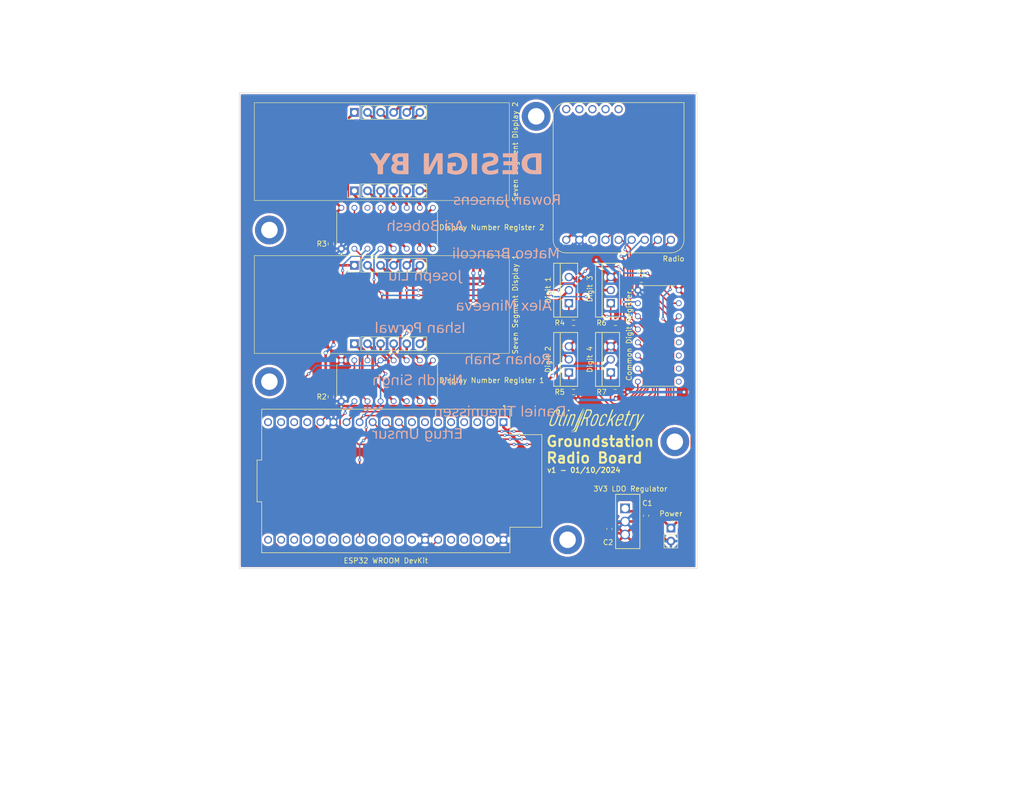
<source format=kicad_pcb>
(kicad_pcb (version 20221018) (generator pcbnew)
  (layers (0 "F.Cu" signal) (31 "B.Cu" signal) (34 "B.Paste" user) (35 "F.Paste" user) (36 "B.SilkS" user "B.Silkscreen") (37 "F.SilkS" user "F.Silkscreen") (38 "B.Mask" user) (39 "F.Mask" user) (44 "Edge.Cuts" user))
  (net 0 "")
  (net 1 "VDD")
  (net 2 "GND")
  (net 4 "/MOS4")
  (net 5 "/CTL4")
  (net 6 "/3.3V")
  (net 7 "/MOS1")
  (net 8 "/CTL1")
  (net 15 "/MOS2")
  (net 16 "/CTL2")
  (net 17 "/MOS3")
  (net 18 "/CTL3")
  (net 19 "Net-(U4-R-EXT)")
  (net 20 "Net-(U5-R-EXT)")
  (net 21 "Net-(U6-R-EXT)")
  (net 24 "/G0")
  (net 25 "/MISO")
  (net 27 "/MOSI")
  (net 28 "/CS")
  (net 29 "/RST")
  (net 35 "/OE")
  (net 36 "/SCK")
  (net 48 "/LE")
  (net 57 "Net-(U4-SDO)")
  (net 58 "/71_1")
  (net 59 "/71_2")
  (net 60 "/71_3")
  (net 61 "/71_4")
  (net 62 "/71_5")
  (net 63 "/71_6")
  (net 64 "/71_7")
  (net 65 "/71_8")
  (net 66 "Net-(U5-SDO)")
  (net 67 "/72_1")
  (net 68 "/72_2")
  (net 69 "/72_3")
  (net 70 "/72_4")
  (net 71 "/72_5")
  (net 72 "/72_6")
  (net 73 "/72_7")
  (net 74 "/72_8")
  (footprint "rocketry_footprints:PG-TO220-3_INF" (layer "F.Cu") (at 164.338 96.266 90)
    (fp_text reference "U11" hide)
    (fp_text value "IRF4905PBF")
  )
  (footprint "rocketry_footprints:PG-TO220-3_INF" (layer "F.Cu") (at 164.338 82.804 90)
    (fp_text reference "U9" hide)
    (fp_text value "IRF4905PBF")
  )
  (footprint "Resistor_SMD:R_0603_1608Metric_Pad0.98x0.95mm_HandSolder" (layer "F.Cu") (at 118.11 71.2705 90)
    (fp_text reference "R3")
    (fp_text value "1K")
  )
  (footprint "rocketry_footprints:Seven_Segment_Display" (layer "F.Cu") (at 122.682 60.96 90)
    (fp_text reference "U7" hide)
    (fp_text value "~")
  )
  (footprint "MountingHole:MountingHole_3.2mm_M3_DIN965_Pad_TopBottom" (layer "F.Cu") (at 164.084 128.778)
    (fp_text reference "H5" hide)
    (fp_text value "MountingHole")
  )
  (footprint "rocketry_footprints:RFM69HCW_Breakout" (layer "F.Cu") (at 173.99 58.42 -90)
    (fp_text reference "U1" hide)
    (fp_text value "~")
  )
  (footprint "Resistor_SMD:R_0603_1608Metric_Pad0.98x0.95mm_HandSolder" (layer "F.Cu") (at 118.11 100.9885 90)
    (fp_text reference "R2")
    (fp_text value "1K")
  )
  (footprint "Resistor_SMD:R_0603_1608Metric_Pad0.98x0.95mm_HandSolder" (layer "F.Cu") (at 165.2505 86.614 180)
    (fp_text reference "R4")
    (fp_text value "20K")
  )
  (footprint "rocketry_footprints:PG-TO220-3_INF" (layer "F.Cu") (at 172.466 96.266 90)
    (fp_text reference "U12" hide)
    (fp_text value "IRF4905PBF")
  )
  (footprint "Resistor_SMD:R_0603_1608Metric_Pad0.98x0.95mm_HandSolder" (layer "F.Cu") (at 173.3785 86.614)
    (fp_text reference "R6")
    (fp_text value "20K")
  )
  (footprint "rocketry_footprints:TLC5916IN" (layer "F.Cu") (at 129.032 97.884 90)
    (fp_text reference "U5" hide)
    (fp_text value "TLC5916IN")
  )
  (footprint "Resistor_SMD:R_0603_1608Metric_Pad0.98x0.95mm_HandSolder" (layer "F.Cu") (at 165.2505 100.076 180)
    (fp_text reference "R5")
    (fp_text value "20K")
  )
  (footprint "rocketry_footprints:TLC5916IN" (layer "F.Cu") (at 181.704 89.154)
    (fp_text reference "U4" hide)
    (fp_text value "TLC5916IN")
  )
  (footprint "MountingHole:MountingHole_3.2mm_M3_DIN965_Pad_TopBottom" (layer "F.Cu") (at 106.172 98.044)
    (fp_text reference "H2" hide)
    (fp_text value "MountingHole")
  )
  (footprint "rocketry_footprints:Seven_Segment_Display" (layer "F.Cu") (at 122.682 90.678 90)
    (fp_text reference "U8" hide)
    (fp_text value "~")
  )
  (footprint "Resistor_SMD:R_0603_1608Metric_Pad0.98x0.95mm_HandSolder" (layer "F.Cu") (at 178.4115 78.232)
    (fp_text reference "R1")
    (fp_text value "1K")
  )
  (footprint "rocketry_footprints:TLC5916IN" (layer "F.Cu") (at 129.032 68.232 90)
    (fp_text reference "U6" hide)
    (fp_text value "TLC5916IN")
  )
  (footprint "LOGO" (layer "F.Cu") (at 169.672 105.41)
    (fp_text reference "G***" hide)
    (fp_text value "LOGO" hide)
  )
  (footprint "Resistor_SMD:R_0603_1608Metric_Pad0.98x0.95mm_HandSolder" (layer "F.Cu") (at 173.3315 100.076)
    (fp_text reference "R7")
    (fp_text value "20K")
  )
  (footprint "Capacitor_SMD:C_0603_1608Metric_Pad1.08x0.95mm_HandSolder" (layer "F.Cu") (at 179.324 124.1055 -90)
    (fp_text reference "C1")
    (fp_text value "0.47 uF")
  )
  (footprint "Capacitor_SMD:C_0603_1608Metric_Pad1.08x0.95mm_HandSolder" (layer "F.Cu") (at 172.212 126.6455 90)
    (fp_text reference "C2")
    (fp_text value "33 uF")
  )
  (footprint "MountingHole:MountingHole_3.2mm_M3_DIN965_Pad_TopBottom" (layer "F.Cu") (at 157.988 46.482)
    (fp_text reference "H3" hide)
    (fp_text value "MountingHole")
  )
  (footprint "Connector_PinSocket_2.54mm:PinSocket_1x02_P2.54mm_Vertical" (layer "F.Cu") (at 184.15 126.492)
    (fp_text reference "J1" hide)
    (fp_text value "Conn_01x02_Socket")
  )
  (footprint "MountingHole:MountingHole_3.2mm_M3_DIN965_Pad_TopBottom" (layer "F.Cu") (at 184.912 109.728)
    (fp_text reference "H4" hide)
    (fp_text value "MountingHole")
  )
  (footprint "rocketry_footprints:LM3940IT" (layer "F.Cu") (at 176.276 127.762 -90)
    (fp_text reference "U3" hide)
    (fp_text value "LM3940IT-3.3/NOPB")
  )
  (footprint "rocketry_footprints:PG-TO220-3_INF" (layer "F.Cu") (at 172.466 82.804 90)
    (fp_text reference "U10" hide)
    (fp_text value "IRF4905PBF")
  )
  (footprint "rocketry_footprints:MODULE_ESP32-DEVKITC" (layer "F.Cu") (at 128.778 117.348 -90)
    (fp_text reference "U2" hide)
    (fp_text value "ESP32-DEVKITC")
  )
  (footprint "MountingHole:MountingHole_3.2mm_M3_DIN965_Pad_TopBottom" (layer "F.Cu") (at 106.172 68.58)
    (fp_text reference "H1" hide)
    (fp_text value "MountingHole")
  )
  (gr_rect (start 100.33 41.91) (end 189.23 134.366) (stroke (width 0.1)) (fill none) (layer "Edge.Cuts"))
  (gr_text "DESIGN BY" (at 159.512 58.42) (layer "B.SilkS") (effects (font (size 4 4) (thickness 0.2) bold) (justify left bottom mirror)))
  (gr_text "Ertug Umsur" (at 143.764 109.474) (layer "B.SilkS") (effects (font (size 2 2)) (justify left bottom mirror)))
  (gr_text "Joseph Liu" (at 143.51 78.74) (layer "B.SilkS") (effects (font (size 2 2)) (justify left bottom mirror)))
  (gr_text "Nividh Singh" (at 143.764 99.06) (layer "B.SilkS") (effects (font (size 2 2)) (justify left bottom mirror)))
  (gr_text "Rohan Shah" (at 160.782 94.996) (layer "B.SilkS") (effects (font (size 2 2)) (justify left bottom mirror)))
  (gr_text "Rowan Jansens" (at 162.814 64.008) (layer "B.SilkS") (effects (font (size 2 2)) (justify left bottom mirror)))
  (gr_text "Ishan Porwal" (at 144.272 88.9) (layer "B.SilkS") (effects (font (size 2 2)) (justify left bottom mirror)))
  (gr_text "Ari Bobesh" (at 144.018 69.088) (layer "B.SilkS") (effects (font (size 2 2)) (justify left bottom mirror)))
  (gr_text "Mateo Brancoli" (at 162.56 74.422) (layer "B.SilkS") (effects (font (size 2 2)) (justify left bottom mirror)))
  (gr_text "Daniel Theunissen" (at 163.83 105.156) (layer "B.SilkS") (effects (font (size 2 2)) (justify left bottom mirror)))
  (gr_text "Alex Mineeva" (at 161.036 84.582) (layer "B.SilkS") (effects (font (size 2 2)) (justify left bottom mirror)))
  (gr_text "Digit 4" (at 168.402 93.726 90) (layer "F.SilkS") (effects (font (size 1 1))))
  (gr_text "Digit 1" (at 160.274 80.264 90) (layer "F.SilkS") (effects (font (size 1 1))))
  (gr_text "Groundstation\nRadio Board" (at 159.766 114.046) (layer "F.SilkS") (effects (font (size 2 2) (thickness 0.4) bold) (justify left bottom)))
  (gr_text "Seven Segment Display 1" (at 153.924 83.058 90) (layer "F.SilkS") (effects (font (size 1 1))))
  (gr_text "Seven Segment Display 2" (at 153.924 53.34 90) (layer "F.SilkS") (effects (font (size 1 1))))
  (gr_text "Digit 2" (at 160.274 93.726 90) (layer "F.SilkS") (effects (font (size 1 1))))
  (gr_text "Power" (at 184.15 123.698) (layer "F.SilkS") (effects (font (size 1 1))))
  (gr_text "Display Number Register 1" (at 149.352 97.79) (layer "F.SilkS") (effects (font (size 1 1))))
  (gr_text "v1 - 01/10/2024" (at 160.02 115.824) (layer "F.SilkS") (effects (font (size 1 1) (thickness 0.2) bold) (justify left bottom)))
  (gr_text "Common Digit Register" (at 176.022 89.154 90) (layer "F.SilkS") (effects (font (size 1 1))))
  (gr_text "Display Number Register 2" (at 149.352 68.072) (layer "F.SilkS") (effects (font (size 1 1))))
  (gr_text "3V3 LDO Regulator" (at 176.276 118.872) (layer "F.SilkS") (effects (font (size 1 1))))
  (gr_text "Radio" (at 184.658 74.168) (layer "F.SilkS") (effects (font (size 1 1))))
  (gr_text "Digit 3" (at 168.402 80.01 90) (layer "F.SilkS") (effects (font (size 1 1))))
  (gr_text "ESP32 WROOM DevKit" (at 128.778 132.842) (layer "F.SilkS") (effects (font (size 1 1))))
  (segment (start 188.214 122.428) (end 184.15 126.492) (width 0.5) (layer "F.Cu") (net 1))
  (segment (start 163.83 70.485) (end 165.989 68.326) (width 0.5) (layer "F.Cu") (net 1))
  (segment (start 165.989 68.326) (end 184.912 68.326) (width 0.5) (layer "F.Cu") (net 1))
  (segment (start 184.15 126.492) (end 180.901 123.243) (width 0.5) (layer "F.Cu") (net 1))
  (segment (start 184.912 68.326) (end 188.214 71.628) (width 0.5) (layer "F.Cu") (net 1))
  (segment (start 179.324 123.243) (end 175.821 123.243) (width 0.5) (layer "F.Cu") (net 1))
  (segment (start 188.214 71.628) (end 188.214 122.428) (width 0.5) (layer "F.Cu") (net 1))
  (segment (start 180.901 123.243) (end 179.324 123.243) (width 0.5) (layer "F.Cu") (net 1))
  (segment (start 175.821 123.243) (end 175.26 122.682) (width 0.5) (layer "F.Cu") (net 1))
  (segment (start 183.388 129.032) (end 179.324 124.968) (width 0.5) (layer "F.Cu") (net 2))
  (segment (start 175.006 125.476) (end 172.519 125.476) (width 0.5) (layer "F.Cu") (net 2))
  (segment (start 179.324 124.968) (end 179.07 125.222) (width 0.5) (layer "F.Cu") (net 2))
  (segment (start 118.129 72.202) (end 118.11 72.183) (width 0.5) (layer "F.Cu") (net 2))
  (segment (start 172.519 125.476) (end 172.212 125.783) (width 0.5) (layer "F.Cu") (net 2))
  (segment (start 177.499 80.029) (end 177.734 80.264) (width 0.5) (layer "F.Cu") (net 2))
  (segment (start 177.499 78.232) (end 177.499 80.029) (width 0.5) (layer "F.Cu") (net 2))
  (segment (start 120.142 101.854) (end 118.157 101.854) (width 0.5) (layer "F.Cu") (net 2))
  (segment (start 179.07 125.222) (end 175.26 125.222) (width 0.5) (layer "F.Cu") (net 2))
  (segment (start 184.15 129.032) (end 183.388 129.032) (width 0.5) (layer "F.Cu") (net 2))
  (segment (start 175.26 125.222) (end 175.006 125.476) (width 0.5) (layer "F.Cu") (net 2))
  (segment (start 120.142 72.202) (end 118.129 72.202) (width 0.5) (layer "F.Cu") (net 2))
  (segment (start 118.157 101.854) (end 118.11 101.901) (width 0.5) (layer "F.Cu") (net 2))
  (segment (start 123.952 76.708) (end 124.46 77.216) (width 0.5) (layer "B.Cu") (net 2))
  (segment (start 178.311208 72.901208) (end 181.606792 72.901208) (width 0.5) (layer "B.Cu") (net 2))
  (segment (start 178.816 84.074) (end 178.816 81.346) (width 0.5) (layer "B.Cu") (net 2))
  (segment (start 170.234462 73.351538) (end 170.18 73.297076) (width 0.5) (layer "B.Cu") (net 2))
  (segment (start 181.606792 72.901208) (end 182.88 71.628) (width 0.5) (layer "B.Cu") (net 2))
  (segment (start 170.18 73.297076) (end 170.18 69.088) (width 0.5) (layer "B.Cu") (net 2))
  (segment (start 109.728 125.984) (end 109.728 130.556) (width 0.5) (layer "B.Cu") (net 2))
  (segment (start 112.522 99.832) (end 112.522 89.239) (width 0.5) (layer "B.Cu") (net 2))
  (segment (start 112.268 125.222) (end 112.268 130.302) (width 0.5) (layer "B.Cu") (net 2))
  (segment (start 145.288 125.476) (end 145.288 130.302) (width 0.5) (layer "B.Cu") (net 2))
  (segment (start 175.233577 88.418423) (end 177.038 86.614) (width 0.5) (layer "B.Cu") (net 2))
  (segment (start 129.032 55.372) (end 129.032 45.256406) (width 0.5) (layer "B.Cu") (net 2))
  (segment (start 135.128 107.95) (end 135.128 104.648) (width 0.5) (layer "B.Cu") (net 2))
  (segment (start 162.2124 92.456) (end 162.1322 92.3758) (width 0.5) (layer "B.Cu") (net 2))
  (segment (start 178.562 72.901208) (end 180.34 71.123208) (width 0.5) (layer "B.Cu") (net 2))
  (segment (start 120.142 72.202) (end 121.478 70.866) (width 0.5) (layer "B.Cu") (net 2))
  (segment (start 172.665538 75.383538) (end 170.633538 73.351538) (width 0.5) (layer "B.Cu") (net 2))
  (segment (start 142.748 107.95) (end 142.748 103.886) (width 0.5) (layer "B.Cu") (net 2))
  (segment (start 155.194 125.222) (end 147.828 125.222) (width 0.5) (layer "B.Cu") (net 2))
  (segment (start 126.886 70.866) (end 128.638 70.866) (width 0.5) (layer "B.Cu") (net 2))
  (segment (start 175.26 78.994) (end 170.434 78.994) (width 0.5) (layer "B.Cu") (net 2))
  (segment (start 166.37 71.662) (end 167.547 71.662) (width 0.5) (layer "B.Cu") (net 2))
  (segment (start 134.874 108.204) (end 135.128 107.95) (width 0.5) (layer "B.Cu") (net 2))
  (segment (start 134.112 44.282) (end 134.155 44.239) (width 0.5) (layer "B.Cu") (net 2))
  (segment (start 175.288039 78.965961) (end 175.288039 78.514039) (width 0.5) (layer "B.Cu") (net 2))
  (segment (start 145.034 125.222) (end 142.748 125.222) (width 0.5) (layer "B.Cu") (net 2))
  (segment (start 112.268 125.222) (end 110.40577 125.222) (width 0.5) (layer "B.Cu") (net 2))
  (segment (start 149.098 108.204) (end 150.368 106.934) (width 0.5) (layer "B.Cu") (net 2))
  (segment (start 134.112 55.372) (end 131.572 55.372) (width 0.5) (layer "B.Cu") (net 2))
  (segment (start 118.608 105.918) (end 112.522 99.832) (width 0.5) (layer "B.Cu") (net 2))
  (segment (start 127.254 125.222) (end 127.508 125.476) (width 0.5) (layer "B.Cu") (net 2))
  (segment (start 148.082 108.204) (end 147.828 107.95) (width 0.5) (layer "B.Cu") (net 2))
  (segment (start 127.508 125.476) (end 127.508 130.556) (width 0.5) (layer "B.Cu") (net 2))
  (segment (start 109.262115 125.941885) (end 107.188 128.016) (width 0.5) (layer "B.Cu") (net 2))
  (segment (start 126.098 70.866) (end 126.492 71.26) (width 0.5) (layer "B.Cu") (net 2))
  (segment (start 118.608 105.918) (end 121.28 108.59) (width 0.5) (layer "B.Cu") (net 2))
  (segment (start 178.311208 72.901208) (end 178.562 72.901208) (width 0.5) (layer "B.Cu") (net 2))
  (segment (start 117.348 125.222) (end 117.348 130.556) (width 0.5) (layer "B.Cu") (net 2))
  (segment (start 119.888 125.222) (end 119.888 130.81) (width 0.5) (layer "B.Cu") (net 2))
  (segment (start 180.34 71.123208) (end 180.34 69.088) (width 0.5) (layer "B.Cu") (net 2))
  (segment (start 126.492 55.372) (end 126.492 62.484) (width 0.5) (layer "B.Cu") (net 2))
  (segment (start 172.72 73.66) (end 174.479 71.901) (width 0.5) (layer "B.Cu") (net 2))
  (segment (start 142.748 125.222) (end 142.748 130.556) (width 0.5) (layer "B.Cu") (net 2))
  (segment (start 145.288 108.204) (end 148.082 108.204) (width 0.5) (layer "B.Cu") (net 2))
  (segment (start 147.828 125.222) (end 145.034 125.222) (width 0.5) (layer "B.Cu") (net 2))
  (segment (start 127.626 108.204) (end 130.302 108.204) (width 0.5) (layer "B.Cu") (net 2))
  (segment (start 175.288039 78.965961) (end 176.586077 80.264) (width 0.5) (layer "B.Cu") (net 2))
  (segment (start 126.492 55.372) (end 126.492 44.196) (width 0.5) (layer "B.Cu") (net 2))
  (segment (start 123.952 87.969) (end 123.952 92.456) (width 0.5) (layer "B.Cu") (net 2))
  (segment (start 118.608 105.918) (end 118.608 103.388) (width 0.5) (layer "B.Cu") (net 2))
  (segment (start 167.547 71.662) (end 168.544923 71.662) (width 0.5) (layer "B.Cu") (net 2))
  (segment (start 147.828 107.95) (end 147.828 104.14) (width 0.5) (layer "B.Cu") (net 2))
  (segment (start 145.288 108.204) (end 145.288 103.632) (width 0.5) (layer "B.Cu") (net 2))
  (segment (start 174.498 100.584) (end 174.498 92.937577) (width 0.5) (layer "B.Cu") (net 2))
  (segment (start 134.112 71.26) (end 134.506 70.866) (width 0.5) (layer "B.Cu") (net 2))
  (segment (start 109.982 108.59) (end 109.728 108.336) (width 0.5) (layer "B.Cu") (net 2))
  (segment (start 113.369 88.392) (end 113.792 87.969) (width 0.5) (layer "B.Cu") (net 2))
  (segment (start 129.032 45.256406) (end 129.032 44.45) (width 0.5) (layer "B.Cu") (net 2))
  (segment (start 178.816 81.346) (end 177.734 80.264) (width 0.5) (layer "B.Cu") (net 2))
  (segment (start 127.508 108.086) (end 127.508 104.902) (width 0.5) (layer "B.Cu") (net 2))
  (segment (start 109.685885 125.941885) (end 109.262115 125.941885) (width 0.5) (layer "B.Cu") (net 2))
  (segment (start 131.572 55.372) (end 131.572 62.23) (width 0.5) (layer "B.Cu") (net 2))
  (segment (start 141.224 71.26) (end 162.7 71.26) (width 0.5) (layer "B.Cu") (net 2))
  (segment (start 134.874 108.204) (end 137.668 108.204) (width 0.5) (layer "B.Cu") (net 2))
  (segment (start 119.888 125.222) (end 117.348 125.222) (width 0.5) (layer "B.Cu") (net 2))
  (segment (start 132.588 125.222) (end 132.588 130.556) (width 0.5) (layer "B.Cu") (net 2))
  (segment (start 175.233577 92.202) (end 175.233577 88.418423) (width 0.5) (layer "B.Cu") (net 2))
  (segment (start 145.034 125.222) (end 145.288 125.476) (width 0.5) (layer "B.Cu") (net 2))
  (segment (start 122.682 108.797) (end 123.021 108.458) (width 0.5) (layer "B.Cu") (net 2))
  (segment (start 178.311208 72.901208) (end 176.536416 74.676) (width 0.5) (layer "B.Cu") (net 2))
  (segment (start 129.032 55.372) (end 129.032 62.484) (width 0.5) (layer "B.Cu") (net 2))
  (segment (start 129.032 71.26) (end 129.426 70.866) (width 0.5) (layer "B.Cu") (net 2))
  (segment (start 126.492 71.26) (end 126.492 72.39) (width 0.5) (layer "B.Cu") (net 2))
  (segment (start 129.371 87.63) (end 133.35 87.63) (width 0.5) (layer "B.Cu") (net 2))
  (segment (start 141.224 65.068406) (end 141.224 55.372) (width 0.5) (layer "B.Cu") (net 2))
  (segment (start 122.428 108.543) (end 122.428 104.648) (width 0.5) (layer "B.Cu") (net 2))
  (segment (start 112.268 108.336) (end 112.268 104.902) (width 0.5) (layer "B.Cu") (net 2))
  (segment (start 114.808 125.222) (end 114.808 130.556) (width 0.5) (layer "B.Cu") (net 2))
  (segment (start 118.608 103.388) (end 120.142 101.854) (width 0.5) (layer "B.Cu") (net 2))
  (segment (start 168.544923 71.662) (end 170.234462 73.351538) (width 0.5) (layer "B.Cu") (net 2))
  (segment (start 174.479 71.901) (end 174.479 71.79071) (width 0.5) (layer "B.Cu") (net 2))
  (segment (start 133.718 70.866) (end 134.112 71.26) (width 0.5) (layer "B.Cu") (net 2))
  (segment (start 166.37 70.485) (end 166.37 71.662) (width 0.5) (layer "B.Cu") (net 2))
  (segment (start 109.685885 125.941885) (end 109.728 125.984) (width 0.5) (layer "B.Cu") (net 2))
  (segment (start 127.254 125.222) (end 124.968 125.222) (width 0.5) (layer "B.Cu") (net 2))
  (segment (start 134.112 88.392) (end 134.112 92.202) (width 0.5) (layer "B.Cu") (net 2))
  (segment (start 140.462 125.222) (end 140.208 125.476) (width 0.5) (layer "B.Cu") (net 2))
  (segment (start 114.808 108.336) (end 114.808 104.902) (width 0.5) (layer "B.Cu") (net 2))
  (segment (start 109.982 108.59) (end 109.25577 108.59) (width 0.5) (layer "B.Cu") (net 2))
  (segment (start 127.732711 111.789289) (end 139.954 124.010577) (width 0.5) (layer "B.Cu") (net 2))
  (segment (start 147.828 104.14) (end 148.082 103.886) (width 0.5) (layer "B.Cu") (net 2))
  (segment (start 139.954 108.204) (end 143.002 108.204) (width 0.5) (layer "B.Cu") (net 2))
  (segment (start 123.952 55.372) (end 123.952 43.942) (width 0.5) (layer "B.Cu") (net 2))
  (segment (start 148.082 108.204) (end 149.098 108.204) (width 0.5) (layer "B.Cu") (net 2))
  (segment (start 123.952 55.372) (end 123.952 62.738) (width 0.5) (layer "B.Cu") (net 2))
  (segment (start 126.492 87.969) (end 126.492 92.202) (width 0.5) (layer "B.Cu") (net 2))
  (segment (start 172.212 74.93) (end 172.72 74.422) (width 0.5) (layer "B.Cu") (net 2))
  (segment (start 123.021 108.458) (end 124.968 108.458) (width 0.5) (layer "B.Cu") (net 2))
  (segment (start 143.002 108.204) (end 142.748 107.95) (width 0.5) (layer "B.Cu") (net 2))
  (segment (start 175.26 71.00971) (end 175.26 69.342) (width 0.5) (layer "B.Cu") (net 2))
  (segment (start 139.954 124.010577) (end 139.954 125.222) (width 0.5) (layer "B.Cu") (net 2))
  (segment (start 130.302 108.204) (end 130.048 107.95) (width 0.5) (layer "B.Cu") (net 2))
  (segment (start 150.368 106.934) (end 150.368 104.14) (width 0.5) (layer "B.Cu") (net 2))
  (segment (start 139.954 125.222) (end 132.588 125.222) (width 0.5) (layer "B.Cu") (net 2))
  (segment (start 176.586077 80.264) (end 177.734 80.264) (width 0.5) (layer "B.Cu") (net 2))
  (segment (start 114.808 125.222) (end 112.268 125.222) (width 0.5) (layer "B.Cu") (net 2))
  (segment (start 140.208 125.476) (end 140.208 130.302) (width 0.5) (layer "B.Cu") (net 2))
  (segment (start 177.8 103.886) (end 174.498 100.584) (width 0.5) (layer "B.Cu") (net 2))
  (segment (start 134.112 71.26) (end 134.112 77.216) (width 0.5) (layer "B.Cu") (net 2))
  (segment (start 174.498 92.937577) (end 175.233577 92.202) (width 0.5) (layer "B.Cu") (net 2))
  (segment (start 178.054 86.614) (end 178.816 85.852) (width 0.5) (layer "B.Cu") (net 2))
  (segment (start 129.032 87.969) (end 129.032 92.202) (width 0.5) (layer "B.Cu") (net 2))
  (segment (start 115.062 108.59) (end 112.522 108.59) (width 0.5) (layer "B.Cu") (net 2))
  (segment (start 113.369 88.392) (end 113.369 78.975) (width 0.5) (layer "B.Cu") (net 2))
  (segment (start 110.40577 125.222) (end 109.685885 125.941885) (width 0.5) (layer "B.Cu") (net 2))
  (segment (start 134.112 55.372) (end 134.112 44.282) (width 0.5) (layer "B.Cu") (net 2))
  (segment (start 182.88 71.628) (end 182.88 69.088) (width 0.5) (layer "B.Cu") (net 2))
  (segment (start 117.348 125.222) (end 114.808 125.222) (width 0.5) (layer "B.Cu") (net 2))
  (segment (start 130.048 125.222) (end 127.254 125.222) (width 0.5) (layer "B.Cu") (net 2))
  (segment (start 127.732711 111.222711) (end 127.732711 111.789289) (width 0.5) (layer "B.Cu") (net 2))
  (segment (start 112.522 108.59) (end 112.268 108.336) (width 0.5) (layer "B.Cu") (net 2))
  (segment (start 176.536416 74.676) (end 172.466 74.676) (width 0.5) (layer "B.Cu") (net 2))
  (segment (start 131.572 71.26) (end 131.572 77.47) (width 0.5) (layer "B.Cu") (net 2))
  (segment (start 147.828 125.222) (end 147.828 130.048) (width 0.5) (layer "B.Cu") (net 2))
  (segment (start 124.968 108.458) (end 127.732711 111.222711) (width 0.5) (layer "B.Cu") (net 2))
  (segment (start 175.26 125.222) (end 155.194 125.222) (width 0.5) (layer "B.Cu") (net 2))
  (segment (start 131.966 70.866) (end 133.718 70.866) (width 0.5) (layer "B.Cu") (net 2))
  (segment (start 131.572 71.26) (end 131.966 70.866) (width 0.5) (layer "B.Cu") (net 2))
  (segment (start 130.048 107.95) (end 130.048 104.648) (width 0.5) (layer "B.Cu") (net 2))
  (segment (start 129.032 71.26) (end 129.032 77.47) (width 0.5) (layer "B.Cu") (net 2))
  (segment (start 124.968 125.222) (end 122.428 125.222) (width 0.5) (layer "B.Cu") (net 2))
  (segment (start 140.462 125.222) (end 139.954 125.222) (width 0.5) (layer "B.Cu") (net 2))
  (segment (start 126.492 71.26) (end 126.886 70.866) (width 0.5) (layer "B.Cu") (net 2))
  (segment (start 123.952 87.969) (end 126.492 87.969) (width 0.5) (layer "B.Cu") (net 2))
  (segment (start 127.732711 111.789289) (end 127.626 111.682578) (width 0.5) (layer "B.Cu") (net 2))
  (segment (start 130.302 108.204) (end 132.588 108.204) (width 0.5) (layer "B.Cu") (net 2))
  (segment (start 132.588 108.204) (end 132.588 104.394) (width 0.5) (layer "B.Cu") (net 2))
  (segment (start 122.428 104.648) (end 122.936 104.14) (width 0.5) (layer "B.Cu") (net 2))
  (segment (start 175.26 125.222) (end 177.8 122.682) (width 0.5) (layer "B.Cu") (net 2))
  (segment (start 122.682 108.797) (end 122.428 108.543) (width 0.5) (layer "B.Cu") (net 2))
  (segment (start 129.032 55.372) (end 126.492 55.372) (width 0.5) (layer "B.Cu") (net 2))
  (segment (start 123.952 74.676) (end 123.952 76.708) (width 0.5) (layer "B.Cu") (net 2))
  (segment (start 163.102 71.662) (end 167.547 71.662) (width 0.5) (layer "B.Cu") (net 2))
  (segment (start 117.348 108.59) (end 115.062 108.59) (width 0.5) (layer "B.Cu") (net 2))
  (segment (start 130.048 125.222) (end 130.048 130.048) (width 0.5) (layer "B.Cu") (net 2))
  (segment (start 142.748 103.886) (end 143.002 103.632) (width 0.5) (layer "B.Cu") (net 2))
  (segment (start 143.002 108.204) (end 145.288 108.204) (width 0.5) (layer "B.Cu") (net 2))
  (segment (start 125.222 73.406) (end 123.952 74.676) (width 0.5) (layer "B.Cu") (net 2))
  (segment (start 107.188 128.016) (end 107.188 130.81) (width 0.5) (layer "B.Cu") (net 2))
  (segment (start 121.28 108.59) (end 121.487 108.797) (width 0.5) (layer "B.Cu") (net 2))
  (segment (start 175.288039 78.965961) (end 175.26 78.994) (width 0.5) (layer "B.Cu") (net 2))
  (segment (start 139.954 108.204) (end 140.208 107.95) (width 0.5) (layer "B.Cu") (net 2))
  (segment (start 128.638 70.866) (end 129.032 71.26) (width 0.5) (layer "B.Cu") (net 2))
  (segment (start 177.8 122.682) (end 177.8 103.886) (width 0.5) (layer "B.Cu") (net 2))
  (segment (start 162.7 71.26) (end 163.102 71.662) (width 0.5) (layer "B.Cu") (net 2))
  (segment (start 175.233577 92.202) (end 174.979577 92.456) (width 0.5) (layer "B.Cu") (net 2))
  (segment (start 134.155 55.415) (end 134.112 55.458) (width 0.5) (layer "B.Cu") (net 2))
  (segment (start 132.588 104.394) (end 132.842 104.14) (width 0.5) (layer "B.Cu") (net 2))
  (segment (start 115.062 108.59) (end 114.808 108.336) (width 0.5) (layer "B.Cu") (net 2))
  (segment (start 127.626 111.682578) (end 127.626 108.204) (width 0.5) (layer "B.Cu") (net 2))
  (segment (start 134.112 62.652) (end 134.155 62.695) (width 0.5) (layer "B.Cu") (net 2))
  (segment (start 184.15 129.032) (end 179.07 129.032) (width 0.5) (layer "B.Cu") (net 2))
  (segment (start 140.208 107.95) (end 140.208 104.394) (width 0.5) (layer "B.Cu") (net 2))
  (segment (start 172.665538 75.891538) (end 172.665538 75.383538) (width 0.5) (layer "B.Cu") (net 2))
  (segment (start 170.633538 73.351538) (end 170.234462 73.351538) (width 0.5) (layer "B.Cu") (net 2))
  (segment (start 134.112 55.458) (end 134.112 62.652) (width 0.5) (layer "B.Cu") (net 2))
  (segment (start 178.816 85.852) (end 178.816 84.074) (width 0.5) (layer "B.Cu") (net 2))
  (segment (start 126.492 72.39) (end 125.476 73.406) (width 0.5) (layer "B.Cu") (net 2))
  (segment (start 131.572 55.372) (end 129.032 55.372) (width 0.5) (layer "B.Cu") (net 2))
  (segment (start 122.428 125.222) (end 122.428 130.556) (width 0.5) (layer "B.Cu") (net 2))
  (segment (start 142.748 125.222) (end 140.462 125.222) (width 0.5) (layer "B.Cu") (net 2))
  (segment (start 141.224 55.372) (end 134.112 55.372) (width 0.5) (layer "B.Cu") (net 2))
  (segment (start 127.626 108.204) (end 127.508 108.086) (width 0.5) (layer "B.Cu") (net 2))
  (segment (start 175.288039 78.514039) (end 172.665538 75.891538) (width 0.5) (layer "B.Cu") (net 2))
  (segment (start 122.428 125.222) (end 119.888 125.222) (width 0.5) (layer "B.Cu") (net 2))
  (segment (start 109.728 108.336) (end 109.728 104.648) (width 0.5) (layer "B.Cu") (net 2))
  (segment (start 141.224 71.26) (end 141.224 65.068406) (width 0.5) (layer "B.Cu") (net 2))
  (segment (start 140.208 104.394) (end 140.716 103.886) (width 0.5) (layer "B.Cu") (net 2))
  (segment (start 175.316077 81.534) (end 170.688 81.534) (width 0.5) (layer "B.Cu") (net 2))
  (segment (start 125.476 73.406) (end 125.222 73.406) (width 0.5) (layer "B.Cu") (net 2))
  (segment (start 174.479 71.79071) (end 175.26 71.00971) (width 0.5) (layer "B.Cu") (net 2))
  (segment (start 133.35 87.63) (end 134.112 88.392) (width 0.5) (layer "B.Cu") (net 2))
  (segment (start 176.586077 80.264) (end 175.316077 81.534) (width 0.5) (layer "B.Cu") (net 2))
  (segment (start 112.522 108.59) (end 109.982 108.59) (width 0.5) (layer "B.Cu") (net 2))
  (segment (start 179.07 129.032) (end 175.26 125.222) (width 0.5) (layer "B.Cu") (net 2))
  (segment (start 109.25577 108.59) (end 107.188 106.52223) (width 0.5) (layer "B.Cu") (net 2))
  (segment (start 131.178 70.866) (end 131.572 71.26) (width 0.5) (layer "B.Cu") (net 2))
  (segment (start 174.979577 92.456) (end 162.2124 92.456) (width 0.5) (layer "B.Cu") (net 2))
  (segment (start 131.572 55.372) (end 131.572 44.196) (width 0.5) (layer "B.Cu") (net 2))
  (segment (start 124.968 125.222) (end 124.968 131.064) (width 0.5) (layer "B.Cu") (net 2))
  (segment (start 137.668 108.204) (end 137.668 104.902) (width 0.5) (layer "B.Cu") (net 2))
  (segment (start 132.588 108.204) (end 134.874 108.204) (width 0.5) (layer "B.Cu") (net 2))
  (segment (start 112.268 104.902) (end 112.522 104.648) (width 0.5) (layer "B.Cu") (net 2))
  (segment (start 114.808 104.902) (end 115.062 104.648) (width 0.5) (layer "B.Cu") (net 2))
  (segment (start 155.194 125.222) (end 151.638 128.778) (width 0.5) (layer "B.Cu") (net 2))
  (segment (start 135.128 104.648) (end 135.382 104.394) (width 0.5) (layer "B.Cu") (net 2))
  (segment (start 121.478 70.866) (end 126.098 70.866) (width 0.5) (layer "B.Cu") (net 2))
  (segment (start 172.466 74.676) (end 172.212 74.93) (width 0.5) (layer "B.Cu") (net 2))
  (segment (start 137.668 108.204) (end 139.954 108.204) (width 0.5) (layer "B.Cu") (net 2))
  (segment (start 126.492 87.969) (end 129.032 87.969) (width 0.5) (layer "B.Cu") (net 2))
  (segment (start 107.188 106.52223) (end 107.188 104.394) (width 0.5) (layer "B.Cu") (net 2))
  (segment (start 113.369 78.975) (end 120.142 72.202) (width 0.5) (layer "B.Cu") (net 2))
  (segment (start 121.28 108.59) (end 117.348 108.59) (width 0.5) (layer "B.Cu") (net 2))
  (segment (start 172.72 74.422) (end 172.72 73.66) (width 0.5) (layer "B.Cu") (net 2))
  (segment (start 140.83 70.866) (end 141.224 71.26) (width 0.5) (layer "B.Cu") (net 2))
  (segment (start 134.112 55.372) (end 134.155 55.415) (width 0.5) (layer "B.Cu") (net 2))
  (segment (start 177.038 86.614) (end 178.054 86.614) (width 0.5) (layer "B.Cu") (net 2))
  (segment (start 113.792 87.969) (end 123.952 87.969) (width 0.5) (layer "B.Cu") (net 2))
  (segment (start 112.522 89.239) (end 113.369 88.392) (width 0.5) (layer "B.Cu") (net 2))
  (segment (start 126.492 55.372) (end 123.952 55.372) (width 0.5) (layer "B.Cu") (net 2))
  (segment (start 129.032 87.969) (end 129.371 87.63) (width 0.5) (layer "B.Cu") (net 2))
  (segment (start 134.506 70.866) (end 140.83 70.866) (width 0.5) (layer "B.Cu") (net 2))
  (segment (start 139.954 125.222) (end 136.398 128.778) (width 0.5) (layer "B.Cu") (net 2))
  (segment (start 129.426 70.866) (end 131.178 70.866) (width 0.5) (layer "B.Cu") (net 2))
  (segment (start 132.588 125.222) (end 130.048 125.222) (width 0.5) (layer "B.Cu") (net 2))
  (segment (start 121.487 108.797) (end 122.682 108.797) (width 0.5) (layer "B.Cu") (net 2))
  (segment (start 172.72 73.66) (end 172.72 69.342) (width 0.5) (layer "B.Cu") (net 2))
  (segment (start 172.974 102.362) (end 174.947423 102.362) (width 0.3) (layer "F.Cu") (net 4))
  (segment (start 172.466 96.266) (end 172.466 100.029) (width 0.3) (layer "F.Cu") (net 4))
  (segment (start 172.419 101.807) (end 172.974 102.362) (width 0.3) (layer "F.Cu") (net 4))
  (segment (start 177.734 99.575423) (end 177.734 98.044) (width 0.3) (layer "F.Cu") (net 4))
  (segment (start 174.947423 102.362) (end 177.734 99.575423) (width 0.3) (layer "F.Cu") (net 4))
  (segment (start 172.419 100.076) (end 172.419 101.807) (width 0.3) (layer "F.Cu") (net 4))
  (segment (start 172.466 100.029) (end 172.419 100.076) (width 0.3) (layer "F.Cu") (net 4))
  (segment (start 121.412 46.99) (end 121.412 65.024) (width 0.5) (layer "F.Cu") (net 5))
  (segment (start 122.682 45.72) (end 121.412 46.99) (width 0.5) (layer "F.Cu") (net 5))
  (segment (start 116.84 73.66) (end 118.618 75.438) (width 0.5) (layer "F.Cu") (net 5))
  (segment (start 161.163 96.901) (end 155.268 102.796) (width 0.5) (layer "F.Cu") (net 5))
  (segment (start 121.412 65.024) (end 116.84 69.596) (width 0.5) (layer "F.Cu") (net 5))
  (segment (start 118.618 90.932) (end 118.618 75.438) (width 0.5) (layer "F.Cu") (net 5))
  (segment (start 155.268 102.796) (end 117.647 102.796) (width 0.5) (layer "F.Cu") (net 5))
  (segment (start 118.618 75.438) (end 122.682 75.438) (width 0.5) (layer "F.Cu") (net 5))
  (segment (start 117.647 102.796) (end 117.094 102.243) (width 0.5) (layer "F.Cu") (net 5))
  (segment (start 117.094 102.243) (end 117.094 92.456) (width 0.5) (layer "F.Cu") (net 5))
  (segment (start 116.84 69.596) (end 116.84 73.66) (width 0.5) (layer "F.Cu") (net 5))
  (via (at 118.618 90.932) (size 0.8) (drill 0.5) (layers "F.Cu" "B.Cu") (net 5))
  (via (at 117.094 92.456) (size 0.8) (drill 0.5) (layers "F.Cu" "B.Cu") (net 5))
  (via (at 161.163 96.901) (size 0.8) (drill 0.5) (layers "F.Cu" "B.Cu") (net 5))
  (segment (start 161.163 96.901) (end 163.068 94.996) (width 0.5) (layer "B.Cu") (net 5))
  (segment (start 117.094 92.456) (end 118.618 90.932) (width 0.5) (layer "B.Cu") (net 5))
  (segment (start 171.196 94.996) (end 172.466 93.726) (width 0.5) (layer "B.Cu") (net 5))
  (segment (start 163.068 94.996) (end 171.196 94.996) (width 0.5) (layer "B.Cu") (net 5))
  (segment (start 175.006 127.508) (end 175.26 127.762) (width 0.5) (layer "F.Cu") (net 6))
  (segment (start 166.163 93.011) (end 166.163 100.076) (width 0.5) (layer "F.Cu") (net 6))
  (segment (start 170.561 125.857) (end 152.019 107.315) (width 0.5) (layer "F.Cu") (net 6))
  (segment (start 116.111 89.883) (end 114.808 91.186) (width 0.5) (layer "F.Cu") (net 6))
  (segment (start 187.452 99.314) (end 186.69 100.076) (width 0.5) (layer "F.Cu") (net 6))
  (segment (start 120.142 64.262) (end 116.078 68.326) (width 0.5) (layer "F.Cu") (net 6))
  (segment (start 164.338 77.724) (end 165.1 77.724) (width 0.5) (layer "F.Cu") (net 6))
  (segment (start 172.212 127.508) (end 175.006 127.508) (width 0.5) (layer "F.Cu") (net 6))
  (segment (start 166.163 101.553) (end 166.116 101.6) (width 0.5) (layer "F.Cu") (net 6))
  (segment (start 114.808 91.186) (end 114.808 106.426) (width 0.5) (layer "F.Cu") (net 6))
  (segment (start 165.1 77.724) (end 166.624 79.248) (width 0.5) (layer "F.Cu") (net 6))
  (segment (start 172.974 77.724) (end 174.291 79.041) (width 0.5) (layer "F.Cu") (net 6))
  (segment (start 173.482 101.346) (end 174.244 100.584) (width 0.5) (layer "F.Cu") (net 6))
  (segment (start 156.972 112.268) (end 152.146 107.442) (width 0.5) (layer "F.Cu") (net 6))
  (segment (start 187.452 82.042) (end 187.452 99.314) (width 0.5) (layer "F.Cu") (net 6))
  (segment (start 117.094 90.866) (end 116.111 89.883) (width 0.5) (layer "F.Cu") (net 6))
  (segment (start 151.628 106.924) (end 151.628 105.918) (width 0.5) (layer "F.Cu") (net 6))
  (segment (start 174.291 92.917) (end 174.244 92.964) (width 0.5) (layer "F.Cu") (net 6))
  (segment (start 174.244 100.584) (end 174.244 100.076) (width 0.5) (layer "F.Cu") (net 6))
  (segment (start 172.466 77.724) (end 172.974 77.724) (width 0.5) (layer "F.Cu") (net 6))
  (segment (start 166.624 86.153) (end 166.163 86.614) (width 0.5) (layer "F.Cu") (net 6))
  (segment (start 174.244 92.964) (end 174.244 100.076) (width 0.5) (layer "F.Cu") (net 6))
  (segment (start 166.163 100.076) (end 166.163 101.553) (width 0.5) (layer "F.Cu") (net 6))
  (segment (start 185.674 80.264) (end 187.452 82.042) (width 0.5) (layer "F.Cu") (net 6))
  (segment (start 175.768 100.076) (end 174.244 100.076) (width 0.5) (layer "F.Cu") (net 6))
  (segment (start 117.094 90.866) (end 120.142 93.914) (width 0.5) (layer "F.Cu") (net 6))
  (segment (start 166.624 79.248) (end 166.624 86.153) (width 0.5) (layer "F.Cu") (net 6))
  (segment (start 120.65 112.268) (end 156.972 112.268) (width 0.5) (layer "F.Cu") (net 6))
  (segment (start 170.561 119.253) (end 170.561 125.857) (width 0.5) (layer "F.Cu") (net 6))
  (segment (start 172.466 91.186) (end 174.244 92.964) (width 0.5) (layer "F.Cu") (net 6))
  (segment (start 164.338 91.186) (end 166.163 93.011) (width 0.5) (layer "F.Cu") (net 6))
  (segment (start 174.291 79.041) (end 174.291 86.614) (width 0.5) (layer "F.Cu") (net 6))
  (segment (start 172.212 127.508) (end 170.561 125.857) (width 0.5) (layer "F.Cu") (net 6))
  (segment (start 116.078 68.326) (end 116.078 89.85) (width 0.5) (layer "F.Cu") (net 6))
  (segment (start 152.019 107.315) (end 151.628 106.924) (width 0.5) (layer "F.Cu") (net 6))
  (segment (start 174.291 86.614) (end 174.291 92.917) (width 0.5) (layer "F.Cu") (net 6))
  (segment (start 116.078 89.85) (end 117.094 90.866) (width 0.5) (layer "F.Cu") (net 6))
  (segment (start 114.808 106.426) (end 120.65 112.268) (width 0.5) (layer "F.Cu") (net 6))
  (segment (start 186.69 103.124) (end 170.561 119.253) (width 0.5) (layer "F.Cu") (net 6))
  (segment (start 166.163 86.614) (end 166.163 93.011) (width 0.5) (layer "F.Cu") (net 6))
  (segment (start 186.69 100.076) (end 186.69 103.124) (width 0.5) (layer "F.Cu") (net 6))
  (via (at 175.768 100.076) (size 0.8) (drill 0.5) (layers "F.Cu" "B.Cu") (net 6))
  (via (at 186.69 100.076) (size 0.8) (drill 0.5) (layers "F.Cu" "B.Cu") (net 6))
  (via (at 173.482 101.346) (size 0.8) (drill 0.5) (layers "F.Cu" "B.Cu") (net 6))
  (via (at 169.672 74.422) (size 0.8) (drill 0.5) (layers "F.Cu" "B.Cu") (net 6))
  (via (at 166.116 101.6) (size 0.8) (drill 0.5) (layers "F.Cu" "B.Cu") (net 6))
  (segment (start 173.228 101.6) (end 166.116 101.6) (width 0.5) (layer "B.Cu") (net 6))
  (segment (start 172.466 77.724) (end 172.466 77.216) (width 0.5) (layer "B.Cu") (net 6))
  (segment (start 173.482 101.346) (end 173.228 101.6) (width 0.5) (layer "B.Cu") (net 6))
  (segment (start 172.466 77.216) (end 169.672 74.422) (width 0.5) (layer "B.Cu") (net 6))
  (segment (start 186.69 100.076) (end 175.768 100.076) (width 0.5) (layer "B.Cu") (net 6))
  (segment (start 179.67 92.36) (end 177.734 90.424) (width 0.3) (layer "F.Cu") (net 7))
  (segment (start 162.052 88.9) (end 162.052 100.076) (width 0.3) (layer "F.Cu") (net 7))
  (segment (start 164.338 82.804) (end 164.338 86.614) (width 0.3) (layer "F.Cu") (net 7))
  (segment (start 165.862 103.886) (end 175.35587 103.886) (width 0.3) (layer "F.Cu") (net 7))
  (segment (start 164.338 86.614) (end 162.052 88.9) (width 0.3) (layer "F.Cu") (net 7))
  (segment (start 179.67 99.571869) (end 179.67 92.36) (width 0.3) (layer "F.Cu") (net 7))
  (segment (start 162.052 100.076) (end 165.862 103.886) (width 0.3) (layer "F.Cu") (net 7))
  (segment (start 175.35587 103.886) (end 179.67 99.571869) (width 0.3) (layer "F.Cu") (net 7))
  (segment (start 145.796 76.962) (end 145.796 70.104) (width 0.5) (layer "F.Cu") (net 8))
  (segment (start 162.306 82.296) (end 164.338 80.264) (width 0.5) (layer "F.Cu") (net 8))
  (segment (start 143.764 82.296) (end 135.382 90.678) (width 0.5) (layer "F.Cu") (net 8))
  (segment (start 136.652 60.96) (end 135.382 60.96) (width 0.5) (layer "F.Cu") (net 8))
  (segment (start 145.796 70.104) (end 136.652 60.96) (width 0.5) (layer "F.Cu") (net 8))
  (segment (start 145.796 82.296) (end 143.764 82.296) (width 0.5) (layer "F.Cu") (net 8))
  (segment (start 145.796 82.296) (end 162.306 82.296) (width 0.5) (layer "F.Cu") (net 8))
  (via (at 145.796 82.296) (size 0.8) (drill 0.5) (layers "F.Cu" "B.Cu") (net 8))
  (via (at 145.796 76.962) (size 0.8) (drill 0.5) (layers "F.Cu" "B.Cu") (net 8))
  (segment (start 145.796 76.962) (end 145.796 82.296) (width 0.5) (layer "B.Cu") (net 8))
  (segment (start 164.338 96.266) (end 164.338 100.076) (width 0.3) (layer "F.Cu") (net 15))
  (segment (start 164.338 101.346) (end 166.289 103.297) (width 0.3) (layer "F.Cu") (net 15))
  (segment (start 164.338 100.076) (end 164.338 101.346) (width 0.3) (layer "F.Cu") (net 15))
  (segment (start 179.243 99.395) (end 179.243 94.473) (width 0.3) (layer "F.Cu") (net 15))
  (segment (start 175.341 103.297) (end 179.243 99.395) (width 0.3) (layer "F.Cu") (net 15))
  (segment (start 179.243 94.473) (end 177.734 92.964) (width 0.3) (layer "F.Cu") (net 15))
  (segment (start 166.289 103.297) (end 175.341 103.297) (width 0.3) (layer "F.Cu") (net 15))
  (segment (start 147.1462 78.994) (end 147.066 79.0742) (width 0.5) (layer "F.Cu") (net 16))
  (segment (start 162.833 92.221) (end 162.833 89.475534) (width 0.5) (layer "F.Cu") (net 16))
  (segment (start 136.398 44.196) (end 134.366 44.196) (width 0.5) (layer "F.Cu") (net 16))
  (segment (start 165.2985 84.3835) (end 165.862 83.82) (width 0.5) (layer "F.Cu") (net 16))
  (segment (start 165.862 79.756) (end 165.1 78.994) (width 0.5) (layer "F.Cu") (net 16))
  (segment (start 165.1 78.994) (end 147.1462 78.994) (width 0.5) (layer "F.Cu") (net 16))
  (segment (start 164.338 93.726) (end 162.833 92.221) (width 0.5) (layer "F.Cu") (net 16))
  (segment (start 162.833 89.475534) (end 165.2985 87.010034) (width 0.5) (layer "F.Cu") (net 16))
  (segment (start 134.366 44.196) (end 132.842 45.72) (width 0.5) (layer "F.Cu") (net 16))
  (segment (start 136.009 74.033) (end 134.247 74.033) (width 0.5) (layer "F.Cu") (net 16))
  (segment (start 165.862 83.82) (end 165.862 79.756) (width 0.5) (layer "F.Cu") (net 16))
  (segment (start 147.066 79.0742) (end 141.0502 79.0742) (width 0.5) (layer "F.Cu") (net 16))
  (segment (start 147.066 76.962) (end 147.066 54.864) (width 0.5) (layer "F.Cu") (net 16))
  (segment (start 134.247 74.033) (end 132.842 75.438) (width 0.5) (layer "F.Cu") (net 16))
  (segment (start 165.2985 87.010034) (end 165.2985 84.3835) (width 0.5) (layer "F.Cu") (net 16))
  (segment (start 141.0502 79.0742) (end 136.009 74.033) (width 0.5) (layer "F.Cu") (net 16))
  (segment (start 147.066 54.864) (end 136.398 44.196) (width 0.5) (layer "F.Cu") (net 16))
  (via (at 147.066 76.962) (size 0.8) (drill 0.5) (layers "F.Cu" "B.Cu") (net 16))
  (via (at 147.066 79.0742) (size 0.8) (drill 0.5) (layers "F.Cu" "B.Cu") (net 16))
  (segment (start 147.066 76.962) (end 147.066 79.0742) (width 0.5) (layer "B.Cu") (net 16))
  (segment (start 170.434 88.646) (end 170.434 100.838) (width 0.3) (layer "F.Cu") (net 17))
  (segment (start 170.434 100.838) (end 172.466 102.87) (width 0.3) (layer "F.Cu") (net 17))
  (segment (start 175.043293 102.87) (end 178.816 99.097293) (width 0.3) (layer "F.Cu") (net 17))
  (segment (start 178.816 96.586) (end 177.734 95.504) (width 0.3) (layer "F.Cu") (net 17))
  (segment (start 172.466 86.614) (end 170.434 88.646) (width 0.3) (layer "F.Cu") (net 17))
  (segment (start 178.816 99.097293) (end 178.816 96.586) (width 0.3) (layer "F.Cu") (net 17))
  (segment (start 172.466 82.804) (end 172.466 86.614) (width 0.3) (layer "F.Cu") (net 17))
  (segment (start 172.466 102.87) (end 175.043293 102.87) (width 0.3) (layer "F.Cu") (net 17))
  (segment (start 133.479288 73.914) (end 131.826 73.914) (width 0.5) (layer "F.Cu") (net 18))
  (segment (start 136.906 73.406) (end 133.987288 73.406) (width 0.5) (layer "F.Cu") (net 18))
  (segment (start 148.336 51.562) (end 148.336 77.978) (width 0.5) (layer "F.Cu") (net 18))
  (segment (start 172.466 80.264) (end 169.672 80.264) (width 0.5) (layer "F.Cu") (net 18))
  (segment (start 133.987288 73.406) (end 133.479288 73.914) (width 0.5) (layer "F.Cu") (net 18))
  (segment (start 161.544 77.978) (end 141.478 77.978) (width 0.5) (layer "F.Cu") (net 18))
  (segment (start 140.208 43.434) (end 148.336 51.562) (width 0.5) (layer "F.Cu") (net 18))
  (segment (start 163.322 76.2) (end 161.544 77.978) (width 0.5) (layer "F.Cu") (net 18))
  (segment (start 141.478 77.978) (end 136.906 73.406) (width 0.5) (layer "F.Cu") (net 18))
  (segment (start 131.826 73.914) (end 130.302 75.438) (width 0.5) (layer "F.Cu") (net 18))
  (segment (start 130.302 45.72) (end 132.588 43.434) (width 0.5) (layer "F.Cu") (net 18))
  (segment (start 169.672 80.264) (end 165.608 76.2) (width 0.5) (layer "F.Cu") (net 18))
  (segment (start 132.588 43.434) (end 140.208 43.434) (width 0.5) (layer "F.Cu") (net 18))
  (segment (start 165.608 76.2) (end 163.322 76.2) (width 0.5) (layer "F.Cu") (net 18))
  (segment (start 185.674 82.804) (end 183.896 82.804) (width 0.3) (layer "F.Cu") (net 19))
  (segment (start 183.896 82.804) (end 179.324 78.232) (width 0.3) (layer "F.Cu") (net 19))
  (segment (start 122.682 95.504) (end 118.11 100.076) (width 0.3) (layer "F.Cu") (net 20))
  (segment (start 122.682 93.914) (end 122.682 95.504) (width 0.3) (layer "F.Cu") (net 20))
  (segment (start 122.682 65.786) (end 118.11 70.358) (width 0.3) (layer "F.Cu") (net 21))
  (segment (start 122.682 64.262) (end 122.682 65.786) (width 0.3) (layer "F.Cu") (net 21))
  (segment (start 184.023 77.343) (end 185.674 75.692) (width 0.3) (layer "F.Cu") (net 24))
  (segment (start 183.296 86.522) (end 183.296 102.2) (width 0.3) (layer "F.Cu") (net 24))
  (segment (start 184.023 80.137) (end 184.023 77.343) (width 0.3) (layer "F.Cu") (net 24))
  (segment (start 185.674 75.692) (end 185.674 70.104) (width 0.3) (layer "F.Cu") (net 24))
  (segment (start 182.626 85.852) (end 183.296 86.522) (width 0.3) (layer "F.Cu") (net 24))
  (segment (start 183.296 102.2) (end 177.8 107.696) (width 0.3) (layer "F.Cu") (net 24))
  (segment (start 185.674 70.104) (end 184.658 69.088) (width 0.3) (layer "F.Cu") (net 24))
  (segment (start 184.658 69.088) (end 172.847 69.088) (width 0.3) (layer "F.Cu") (net 24))
  (segment (start 151.3155 107.696) (end 133.086 107.696) (width 0.3) (layer "F.Cu") (net 24))
  (segment (start 177.8 107.696) (end 153.67 107.696) (width 0.3) (layer "F.Cu") (net 24))
  (segment (start 133.086 107.696) (end 131.308 105.918) (width 0.3) (layer "F.Cu") (net 24))
  (segment (start 172.847 69.088) (end 171.45 70.485) (width 0.3) (layer "F.Cu") (net 24))
  (via (at 184.023 80.137) (size 0.6) (drill 0.3) (layers "F.Cu" "B.Cu") (net 24))
  (via (at 153.67 107.696) (size 0.6) (drill 0.3) (layers "F.Cu" "B.Cu") (net 24))
  (via (at 182.626 85.852) (size 0.6) (drill 0.3) (layers "F.Cu" "B.Cu") (net 24))
  (via (at 151.3155 107.696) (size 0.6) (drill 0.3) (layers "F.Cu" "B.Cu") (net 24))
  (segment (start 151.3155 107.696) (end 153.67 107.696) (width 0.3) (layer "B.Cu") (net 24))
  (segment (start 182.626 85.852) (end 182.626 81.534) (width 0.3) (layer "B.Cu") (net 24))
  (segment (start 182.626 81.534) (end 184.023 80.137) (width 0.3) (layer "B.Cu") (net 24))
  (segment (start 176.53 85.852) (end 177.292 86.614) (width 0.3) (layer "F.Cu") (net 25))
  (segment (start 175.768 72.898) (end 175.768 84.328) (width 0.3) (layer "F.Cu") (net 25))
  (segment (start 177.854384 86.614) (end 181.102 89.861616) (width 0.3) (layer "F.Cu") (net 25))
  (segment (start 176.53 85.09) (end 176.53 85.852) (width 0.3) (layer "F.Cu") (net 25))
  (segment (start 154.686 105.664) (end 152.908 103.886) (width 0.3) (layer "F.Cu") (net 25))
  (segment (start 176.022 105.664) (end 154.686 105.664) (width 0.3) (layer "F.Cu") (net 25))
  (segment (start 181.102 89.861616) (end 181.102 100.584) (width 0.3) (layer "F.Cu") (net 25))
  (segment (start 123.18 103.886) (end 121.148 105.918) (width 0.3) (layer "F.Cu") (net 25))
  (segment (start 181.102 100.584) (end 176.022 105.664) (width 0.3) (layer "F.Cu") (net 25))
  (segment (start 177.292 86.614) (end 177.854384 86.614) (width 0.3) (layer "F.Cu") (net 25))
  (segment (start 175.768 84.328) (end 176.53 85.09) (width 0.3) (layer "F.Cu") (net 25))
  (segment (start 175.26 72.39) (end 175.768 72.898) (width 0.3) (layer "F.Cu") (net 25))
  (segment (start 152.908 103.886) (end 123.18 103.886) (width 0.3) (layer "F.Cu") (net 25))
  (via (at 175.26 72.39) (size 0.6) (drill 0.3) (layers "F.Cu" "B.Cu") (net 25))
  (segment (start 175.26 71.755) (end 176.53 70.485) (width 0.3) (layer "B.Cu") (net 25))
  (segment (start 175.26 72.39) (end 175.26 71.755) (width 0.3) (layer "B.Cu") (net 25))
  (segment (start 175.26 85.626693) (end 175.26 86.686616) (width 0.3) (layer "F.Cu") (net 27))
  (segment (start 175.26 86.686616) (end 180.594 92.020616) (width 0.3) (layer "F.Cu") (net 27))
  (segment (start 175.006 74.168) (end 175.006 85.372693) (width 0.3) (layer "F.Cu") (net 27))
  (segment (start 175.768 104.902) (end 155.194 104.902) (width 0.3) (layer "F.Cu") (net 27))
  (segment (start 175.006 85.372693) (end 175.26 85.626693) (width 0.3) (layer "F.Cu") (net 27))
  (segment (start 153.67 103.378) (end 118.608 103.378) (width 0.3) (layer "F.Cu") (net 27))
  (segment (start 118.608 103.378) (end 116.068 105.918) (width 0.3) (layer "F.Cu") (net 27))
  (segment (start 180.594 92.020616) (end 180.594 100.076) (width 0.3) (layer "F.Cu") (net 27))
  (segment (start 180.594 100.076) (end 175.768 104.902) (width 0.3) (layer "F.Cu") (net 27))
  (segment (start 155.194 104.902) (end 153.67 103.378) (width 0.3) (layer "F.Cu") (net 27))
  (segment (start 174.498 73.66) (end 175.006 74.168) (width 0.3) (layer "F.Cu") (net 27))
  (via (at 174.498 73.66) (size 0.6) (drill 0.3) (layers "F.Cu" "B.Cu") (net 27))
  (via (at 175.006 82.55) (size 0.6) (drill 0.3) (layers "F.Cu" "B.Cu") (net 27))
  (segment (start 175.26 73.66) (end 178.435 70.485) (width 0.3) (layer "B.Cu") (net 27))
  (segment (start 177.48 82.55) (end 175.006 82.55) (width 0.3) (layer "B.Cu") (net 27))
  (segment (start 177.734 82.804) (end 177.48 82.55) (width 0.3) (layer "B.Cu") (net 27))
  (segment (start 178.435 70.485) (end 179.07 70.485) (width 0.3) (layer "B.Cu") (net 27))
  (segment (start 174.498 73.66) (end 175.26 73.66) (width 0.3) (layer "B.Cu") (net 27))
  (segment (start 183.711 85.358998) (end 179.886002 81.534) (width 0.3) (layer "F.Cu") (net 28))
  (segment (start 183.711 85.837002) (end 183.711 85.358998) (width 0.3) (layer "F.Cu") (net 28))
  (segment (start 177.292 81.534) (end 176.7345 80.9765) (width 0.3) (layer "F.Cu") (net 28))
  (segment (start 176.7345 80.9765) (end 176.7345 75.3605) (width 0.3) (layer "F.Cu") (net 28))
  (segment (start 154.686 108.458) (end 177.8 108.458) (width 0.3) (layer "F.Cu") (net 28))
  (segment (start 179.886002 81.534) (end 177.292 81.534) (width 0.3) (layer "F.Cu") (net 28))
  (segment (start 151.892 108.458) (end 131.308 108.458) (width 0.3) (layer "F.Cu") (net 28))
  (segment (start 183.723 85.849002) (end 183.711 85.837002) (width 0.3) (layer "F.Cu") (net 28))
  (segment (start 183.723 102.535) (end 183.723 85.849002) (width 0.3) (layer "F.Cu") (net 28))
  (segment (start 131.308 108.458) (end 128.768 105.918) (width 0.3) (layer "F.Cu") (net 28))
  (segment (start 177.8 108.458) (end 183.723 102.535) (width 0.3) (layer "F.Cu") (net 28))
  (segment (start 176.7345 75.3605) (end 181.61 70.485) (width 0.3) (layer "F.Cu") (net 28))
  (via (at 154.686 108.458) (size 0.6) (drill 0.3) (layers "F.Cu" "B.Cu") (net 28))
  (via (at 151.892 108.458) (size 0.6) (drill 0.3) (layers "F.Cu" "B.Cu") (net 28))
  (segment (start 151.892 108.458) (end 154.686 108.458) (width 0.3) (layer "B.Cu") (net 28))
  (segment (start 155.194 109.22) (end 177.8 109.22) (width 0.3) (layer "F.Cu") (net 29))
  (segment (start 129.53 109.22) (end 126.228 105.918) (width 0.3) (layer "F.Cu") (net 29))
  (segment (start 184.15 102.87) (end 184.15 84.582) (width 0.3) (layer "F.Cu") (net 29))
  (segment (start 177.8 109.22) (end 184.15 102.87) (width 0.3) (layer "F.Cu") (net 29))
  (segment (start 184.15 84.582) (end 178.308 78.74) (width 0.3) (layer "F.Cu") (net 29))
  (segment (start 152.908 109.22) (end 129.53 109.22) (width 0.3) (layer "F.Cu") (net 29))
  (segment (start 178.308 78.74) (end 178.308 76.327) (width 0.3) (layer "F.Cu") (net 29))
  (segment (start 178.308 76.327) (end 184.15 70.485) (width 0.3) (layer "F.Cu") (net 29))
  (via (at 152.908 109.22) (size 0.6) (drill 0.3) (layers "F.Cu" "B.Cu") (net 29))
  (via (at 155.194 109.22) (size 0.6) (drill 0.3) (layers "F.Cu" "B.Cu") (net 29))
  (segment (start 155.194 109.22) (end 152.908 109.22) (width 0.3) (layer "B.Cu") (net 29))
  (segment (start 136.906 130.81) (end 138.938 128.778) (width 0.3) (layer "F.Cu") (net 35))
  (segment (start 129.032 74.895914) (end 130.540914 73.387) (width 0.3) (layer "F.Cu") (net 35))
  (segment (start 132.842 79.77271) (end 129.032 75.96271) (width 0.3) (layer "F.Cu") (net 35))
  (segment (start 134.112 71.67729) (end 127.762 65.32729) (width 0.3) (layer "F.Cu") (net 35))
  (segment (start 108.712 130.81) (end 136.906 130.81) (width 0.3) (layer "F.Cu") (net 35))
  (segment (start 186.925 82.277) (end 186.925 86.633) (width 0.3) (layer "F.Cu") (net 35))
  (segment (start 107.188 103.124) (end 107.188 129.286) (width 0.3) (layer "F.Cu") (net 35))
  (segment (start 186.182 81.534) (end 186.925 82.277) (width 0.3) (layer "F.Cu") (net 35))
  (segment (start 130.540914 73.387) (end 133.260998 73.387) (width 0.3) (layer "F.Cu") (net 35))
  (segment (start 184.15 81.534) (end 186.182 81.534) (width 0.3) (layer "F.Cu") (net 35))
  (segment (start 113.792 96.52) (end 107.188 103.124) (width 0.3) (layer "F.Cu") (net 35))
  (segment (start 127.762 65.32729) (end 127.762 64.262) (width 0.3) (layer "F.Cu") (net 35))
  (segment (start 135.166587 80.225413) (end 135.128 80.264) (width 0.3) (layer "F.Cu") (net 35))
  (segment (start 186.925 86.633) (end 185.674 87.884) (width 0.3) (layer "F.Cu") (net 35))
  (segment (start 168.402 75.692) (end 167.513 76.581) (width 0.3) (layer "F.Cu") (net 35))
  (segment (start 129.032 75.96271) (end 129.032 74.895914) (width 0.3) (layer "F.Cu") (net 35))
  (segment (start 132.842 80.264) (end 132.842 79.77271) (width 0.3) (layer "F.Cu") (net 35))
  (segment (start 162.291191 80.225413) (end 135.166587 80.225413) (width 0.3) (layer "F.Cu") (net 35))
  (segment (start 132.842 88.646) (end 132.842 80.264) (width 0.3) (layer "F.Cu") (net 35))
  (segment (start 173.99 75.692) (end 168.402 75.692) (width 0.3) (layer "F.Cu") (net 35))
  (segment (start 133.260998 73.387) (end 134.112 72.535998) (width 0.3) (layer "F.Cu") (net 35))
  (segment (start 179.578 76.962) (end 184.15 81.534) (width 0.3) (layer "F.Cu") (net 35))
  (segment (start 134.112 72.535998) (end 134.112 71.67729) (width 0.3) (layer "F.Cu") (net 35))
  (segment (start 107.188 129.286) (end 108.712 130.81) (width 0.3) (layer "F.Cu") (net 35))
  (via (at 113.792 96.52) (size 0.6) (drill 0.3) (layers "F.Cu" "B.Cu") (net 35))
  (via (at 132.842 88.646) (size 0.6) (drill 0.3) (layers "F.Cu" "B.Cu") (net 35))
  (via (at 135.128 80.264) (size 0.6) (drill 0.3) (layers "F.Cu" "B.Cu") (net 35))
  (via (at 132.842 80.264) (size 0.6) (drill 0.3) (layers "F.Cu" "B.Cu") (net 35))
  (via (at 179.578 76.962) (size 0.6) (drill 0.3) (layers "F.Cu" "B.Cu") (net 35))
  (via (at 162.291191 80.225413) (size 0.6) (drill 0.3) (layers "F.Cu" "B.Cu") (net 35))
  (via (at 167.513 76.581) (size 0.6) (drill 0.3) (layers "F.Cu" "B.Cu") (net 35))
  (via (at 173.99 75.692) (size 0.6) (drill 0.3) (layers "F.Cu" "B.Cu") (net 35))
  (segment (start 135.128 80.264) (end 132.842 80.264) (width 0.3) (layer "B.Cu") (net 35))
  (segment (start 126.749 94.927) (end 127.762 93.914) (width 0.3) (layer "B.Cu") (net 35))
  (segment (start 163.522604 78.994) (end 162.291191 80.225413) (width 0.3) (layer "B.Cu") (net 35))
  (segment (start 127.762 93.914) (end 128.801172 93.914) (width 0.3) (layer "B.Cu") (net 35))
  (segment (start 165.1 78.994) (end 163.522604 78.994) (width 0.3) (layer "B.Cu") (net 35))
  (segment (start 167.513 76.581) (end 165.1 78.994) (width 0.3) (layer "B.Cu") (net 35))
  (segment (start 175.26 76.962) (end 179.578 76.962) (width 0.3) (layer "B.Cu") (net 35))
  (segment (start 115.385 94.927) (end 126.749 94.927) (width 0.3) (layer "B.Cu") (net 35))
  (segment (start 131.572 89.916) (end 132.842 88.646) (width 0.3) (layer "B.Cu") (net 35))
  (segment (start 131.572 91.143172) (end 131.572 89.916) (width 0.3) (layer "B.Cu") (net 35))
  (segment (start 173.99 75.692) (end 175.26 76.962) (width 0.3) (layer "B.Cu") (net 35))
  (segment (start 128.801172 93.914) (end 131.572 91.143172) (width 0.3) (layer "B.Cu") (net 35))
  (segment (start 113.792 96.52) (end 115.385 94.927) (width 0.3) (layer "B.Cu") (net 35))
  (segment (start 177.734 85.278) (end 176.276 83.82) (width 0.3) (layer "F.Cu") (net 36))
  (segment (start 123.688 105.918) (end 123.688 105.42) (width 0.3) (layer "F.Cu") (net 36))
  (segment (start 176.276 72.136) (end 174.625 70.485) (width 0.3) (layer "F.Cu") (net 36))
  (segment (start 181.61 89.154) (end 177.8 85.344) (width 0.3) (layer "F.Cu") (net 36))
  (segment (start 120.396 90.932) (end 121.92 92.456) (width 0.3) (layer "F.Cu") (net 36))
  (segment (start 123.688 105.42) (end 124.46 104.648) (width 0.3) (layer "F.Cu") (net 36))
  (segment (start 154.178 106.426) (end 176.276 106.426) (width 0.3) (layer "F.Cu") (net 36))
  (segment (start 176.276 83.82) (end 176.276 72.136) (width 0.3) (layer "F.Cu") (net 36))
  (segment (start 122.936 92.456) (end 123.679 93.199) (width 0.3) (layer "F.Cu") (net 36))
  (segment (start 124.46 104.648) (end 152.4 104.648) (width 0.3) (layer "F.Cu") (net 36))
  (segment (start 123.679 93.199) (end 123.679 100.311) (width 0.3) (layer "F.Cu") (net 36))
  (segment (start 174.625 70.485) (end 173.99 70.485) (width 0.3) (layer "F.Cu") (net 36))
  (segment (start 120.396 76.454) (end 120.396 90.932) (width 0.3) (layer "F.Cu") (net 36))
  (segment (start 177.734 85.344) (end 177.734 85.278) (width 0.3) (layer "F.Cu") (net 36))
  (segment (start 121.92 92.456) (end 122.936 92.456) (width 0.3) (layer "F.Cu") (net 36))
  (segment (start 176.276 106.426) (end 181.61 101.092) (width 0.3) (layer "F.Cu") (net 36))
  (segment (start 123.679 100.311) (end 125.222 101.854) (width 0.3) (layer "F.Cu") (net 36))
  (segment (start 152.4 104.648) (end 154.178 106.426) (width 0.3) (layer "F.Cu") (net 36))
  (segment (start 177.8 85.344) (end 177.734 85.344) (width 0.3) (layer "F.Cu") (net 36))
  (segment (start 181.61 101.092) (end 181.61 89.154) (width 0.3) (layer "F.Cu") (net 36))
  (via (at 120.396 76.454) (size 0.6) (drill 0.3) (layers "F.Cu" "B.Cu") (net 36))
  (via (at 124.46 104.648) (size 0.6) (drill 0.3) (layers "F.Cu" "B.Cu") (net 36))
  (segment (start 123.764 73.66) (end 125.222 72.202) (width 0.3) (layer "B.Cu") (net 36))
  (segment (start 125.222 103.886) (end 125.222 101.854) (width 0.3) (layer "B.Cu") (net 36))
  (segment (start 122.144131 73.66) (end 123.764 73.66) (width 0.3) (layer "B.Cu") (net 36))
  (segment (start 120.396 75.408131) (end 122.144131 73.66) (width 0.3) (layer "B.Cu") (net 36))
  (segment (start 124.46 104.648) (end 125.222 103.886) (width 0.3) (layer "B.Cu") (net 36))
  (segment (start 120.396 76.454) (end 120.396 75.408131) (width 0.3) (layer "B.Cu") (net 36))
  (segment (start 135.128 81.28) (end 160.528 81.28) (width 0.3) (layer "F.Cu") (net 48))
  (segment (start 124.968 108.966) (end 124.46 109.474) (width 0.3) (layer "F.Cu") (net 48))
  (segment (start 128.016 81.026) (end 126.492 79.502) (width 0.3) (layer "F.Cu") (net 48))
  (segment (start 160.528 81.28) (end 160.782 81.026) (width 0.3) (layer "F.Cu") (net 48))
  (segment (start 126.746 91.254172) (end 126.746 94.488) (width 0.3) (layer "F.Cu") (net 48))
  (segment (start 128.016 83.566) (end 126.492 85.09) (width 0.3) (layer "F.Cu") (net 48))
  (segment (start 123.698 128.778) (end 123.698 113.284) (width 0.3) (layer "F.Cu") (net 48))
  (segment (start 175.989 86.139) (end 177.734 87.884) (width 0.3) (layer "F.Cu") (net 48))
  (segment (start 126.746 94.488) (end 128.778 96.52) (width 0.3) (layer "F.Cu") (net 48))
  (segment (start 126.492 91.000172) (end 126.746 91.254172) (width 0.3) (layer "F.Cu") (net 48))
  (segment (start 167.64 81.534) (end 171.45 85.344) (width 0.3) (layer "F.Cu") (net 48))
  (segment (start 128.016 81.026) (end 128.016 83.566) (width 0.3) (layer "F.Cu") (net 48))
  (segment (start 126.492 79.502) (end 126.492 78.232) (width 0.3) (layer "F.Cu") (net 48))
  (segment (start 171.45 85.344) (end 171.704 85.344) (width 0.3) (layer "F.Cu") (net 48))
  (segment (start 126.492 85.09) (end 126.492 91.000172) (width 0.3) (layer "F.Cu") (net 48))
  (segment (start 124.968 106.934) (end 124.968 108.966) (width 0.3) (layer "F.Cu") (net 48))
  (via (at 124.968 106.934) (size 0.6) (drill 0.3) (layers "F.Cu" "B.Cu") (net 48))
  (via (at 128.016 81.026) (size 0.6) (drill 0.3) (layers "F.Cu" "B.Cu") (net 48))
  (via (at 175.989 86.139) (size 0.6) (drill 0.3) (layers "F.Cu" "B.Cu") (net 48))
  (via (at 126.492 78.232) (size 0.6) (drill 0.3) (layers "F.Cu" "B.Cu") (net 48))
  (via (at 123.698 113.284) (size 0.6) (drill 0.3) (layers "F.Cu" "B.Cu") (net 48))
  (via (at 167.64 81.534) (size 0.6) (drill 0.3) (layers "F.Cu" "B.Cu") (net 48))
  (via (at 171.704 85.344) (size 0.6) (drill 0.3) (layers "F.Cu" "B.Cu") (net 48))
  (via (at 128.778 96.52) (size 0.6) (drill 0.3) (layers "F.Cu" "B.Cu") (net 48))
  (via (at 135.128 81.28) (size 0.6) (drill 0.3) (layers "F.Cu" "B.Cu") (net 48))
  (via (at 160.782 81.026) (size 0.6) (drill 0.3) (layers "F.Cu" "B.Cu") (net 48))
  (via (at 124.46 109.474) (size 0.6) (drill 0.3) (layers "F.Cu" "B.Cu") (net 48))
  (segment (start 161.29 81.534) (end 160.782 81.026) (width 0.3) (layer "B.Cu") (net 48))
  (segment (start 126.492 73.472) (end 127.762 72.202) (width 0.3) (layer "B.Cu") (net 48))
  (segment (start 127.762 97.536) (end 128.778 96.52) (width 0.3) (layer "B.Cu") (net 48))
  (segment (start 127.762 101.854) (end 127.762 97.536) (width 0.3) (layer "B.Cu") (net 48))
  (segment (start 123.698 110.236) (end 124.46 109.474) (width 0.3) (layer "B.Cu") (net 48))
  (segment (start 167.64 81.534) (end 161.29 81.534) (width 0.3) (layer "B.Cu") (net 48))
  (segment (start 128.016 81.026) (end 128.27 81.28) (width 0.3) (layer "B.Cu") (net 48))
  (segment (start 175.194 85.344) (end 171.704 85.344) (width 0.3) (layer "B.Cu") (net 48))
  (segment (start 124.968 106.934) (end 124.968 105.41) (width 0.3) (layer "B.Cu") (net 48))
  (segment (start 128.27 81.28) (end 135.128 81.28) (width 0.3) (layer "B.Cu") (net 48))
  (segment (start 127.762 102.616) (end 127.762 101.854) (width 0.3) (layer "B.Cu") (net 48))
  (segment (start 175.989 86.139) (end 175.194 85.344) (width 0.3) (layer "B.Cu") (net 48))
  (segment (start 123.698 113.284) (end 123.698 110.236) (width 0.3) (layer "B.Cu") (net 48))
  (segment (start 126.492 78.232) (end 126.492 73.472) (width 0.3) (layer "B.Cu") (net 48))
  (segment (start 124.968 105.41) (end 127.762 102.616) (width 0.3) (layer "B.Cu") (net 48))
  (segment (start 185.674 85.344) (end 184.658 86.36) (width 0.3) (layer "F.Cu") (net 57))
  (segment (start 184.658 86.36) (end 184.658 103.64871) (width 0.3) (layer "F.Cu") (net 57))
  (segment (start 119.888 106.68) (end 119.888 105.156) (width 0.3) (layer "F.Cu") (net 57))
  (segment (start 119.888 105.156) (end 120.904 104.14) (width 0.3) (layer "F.Cu") (net 57))
  (segment (start 123.444 110.236) (end 119.888 106.68) (width 0.3) (layer "F.Cu") (net 57))
  (segment (start 184.658 103.64871) (end 178.07071 110.236) (width 0.3) (layer "F.Cu") (net 57))
  (segment (start 178.07071 110.236) (end 156.21 110.236) (width 0.3) (layer "F.Cu") (net 57))
  (segment (start 153.67 110.236) (end 123.444 110.236) (width 0.3) (layer "F.Cu") (net 57))
  (via (at 153.67 110.236) (size 0.6) (drill 0.3) (layers "F.Cu" "B.Cu") (net 57))
  (via (at 120.904 104.14) (size 0.6) (drill 0.3) (layers "F.Cu" "B.Cu") (net 57))
  (via (at 156.21 110.236) (size 0.6) (drill 0.3) (layers "F.Cu" "B.Cu") (net 57))
  (segment (start 120.904 103.632) (end 122.682 101.854) (width 0.3) (layer "B.Cu") (net 57))
  (segment (start 156.21 110.236) (end 153.67 110.236) (width 0.3) (layer "B.Cu") (net 57))
  (segment (start 120.904 104.14) (end 120.904 103.632) (width 0.3) (layer "B.Cu") (net 57))
  (segment (start 124.206 95.758) (end 130.302 101.854) (width 0.5) (layer "F.Cu") (net 58))
  (segment (start 124.206 92.202) (end 124.206 95.758) (width 0.5) (layer "F.Cu") (net 58))
  (segment (start 122.682 90.678) (end 124.206 92.202) (width 0.5) (layer "F.Cu") (net 58))
  (segment (start 125.222 90.678) (end 126.219 91.675) (width 0.5) (layer "F.Cu") (net 59))
  (segment (start 132.334 101.854) (end 132.842 101.854) (width 0.5) (layer "F.Cu") (net 59))
  (segment (start 126.219 91.675) (end 126.219 95.739) (width 0.5) (layer "F.Cu") (net 59))
  (segment (start 126.219 95.739) (end 132.334 101.854) (width 0.5) (layer "F.Cu") (net 59))
  (segment (start 127.762 92.456) (end 129.286 93.98) (width 0.5) (layer "F.Cu") (net 60))
  (segment (start 129.286 95.504) (end 135.382 101.6) (width 0.5) (layer "F.Cu") (net 60))
  (segment (start 135.382 101.6) (end 135.382 101.854) (width 0.5) (layer "F.Cu") (net 60))
  (segment (start 127.762 90.678) (end 127.762 92.456) (width 0.5) (layer "F.Cu") (net 60))
  (segment (start 129.286 93.98) (end 129.286 95.504) (width 0.5) (layer "F.Cu") (net 60))
  (segment (start 131.572 93.530712) (end 131.572 95.504) (width 0.5) (layer "F.Cu") (net 61))
  (segment (start 131.572 95.504) (end 137.922 101.854) (width 0.5) (layer "F.Cu") (net 61))
  (segment (start 130.302 92.260712) (end 131.572 93.530712) (width 0.5) (layer "F.Cu") (net 61))
  (segment (start 130.302 90.678) (end 130.302 92.260712) (width 0.5) (layer "F.Cu") (net 61))
  (segment (start 132.842 92.260712) (end 134.112 93.530712) (width 0.5) (layer "F.Cu") (net 62))
  (segment (start 132.842 90.678) (end 132.842 92.260712) (width 0.5) (layer "F.Cu") (net 62))
  (segment (start 136.84 94.996) (end 137.922 93.914) (width 0.5) (layer "F.Cu") (net 62))
  (segment (start 134.112 93.530712) (end 134.112 94.234) (width 0.5) (layer "F.Cu") (net 62))
  (segment (start 134.112 94.234) (end 134.874 94.996) (width 0.5) (layer "F.Cu") (net 62))
  (segment (start 134.874 94.996) (end 136.84 94.996) (width 0.5) (layer "F.Cu") (net 62))
  (segment (start 134.112 92.644) (end 135.382 93.914) (width 0.5) (layer "F.Cu") (net 63))
  (segment (start 135.382 75.438) (end 134.112 76.708) (width 0.5) (layer "F.Cu") (net 63))
  (segment (start 134.112 76.708) (end 134.112 92.644) (width 0.5) (layer "F.Cu") (net 63))
  (segment (start 131.572 79.248) (end 131.572 92.644) (width 0.5) (layer "F.Cu") (net 64))
  (segment (start 131.572 92.644) (end 132.842 93.914) (width 0.5) (layer "F.Cu") (net 64))
  (segment (start 127.762 75.438) (end 131.572 79.248) (width 0.5) (layer "F.Cu") (net 64))
  (segment (start 129.032 92.644) (end 130.302 93.914) (width 0.5) (layer "F.Cu") (net 65))
  (segment (start 129.032 79.248) (end 129.032 92.644) (width 0.5) (layer "F.Cu") (net 65))
  (segment (start 125.222 75.438) (end 129.032 79.248) (width 0.5) (layer "F.Cu") (net 65))
  (segment (start 122.682 72.202) (end 123.952 73.472) (width 0.3) (layer "F.Cu") (net 66))
  (segment (start 125.222 92.47271) (end 125.222 93.914) (width 0.3) (layer "F.Cu") (net 66))
  (segment (start 123.952 73.472) (end 123.952 91.20271) (width 0.3) (layer "F.Cu") (net 66))
  (segment (start 123.952 91.20271) (end 125.222 92.47271) (width 0.3) (layer "F.Cu") (net 66))
  (segment (start 122.682 61.81) (end 123.952 63.08) (width 0.5) (layer "F.Cu") (net 67))
  (segment (start 123.952 65.852) (end 130.302 72.202) (width 0.5) (layer "F.Cu") (net 67))
  (segment (start 122.682 60.96) (end 122.682 61.81) (width 0.5) (layer "F.Cu") (net 67))
  (segment (start 123.952 63.08) (end 123.952 65.852) (width 0.5) (layer "F.Cu") (net 67))
  (segment (start 126.492 62.23) (end 126.492 65.852) (width 0.5) (layer "F.Cu") (net 68))
  (segment (start 125.222 60.96) (end 126.492 62.23) (width 0.5) (layer "F.Cu") (net 68))
  (segment (start 126.492 65.852) (end 132.842 72.202) (width 0.5) (layer "F.Cu") (net 68))
  (segment (start 127.762 62.23) (end 129.032 63.5) (width 0.5) (layer "F.Cu") (net 69))
  (segment (start 127.762 60.96) (end 127.762 62.23) (width 0.5) (layer "F.Cu") (net 69))
  (segment (start 129.032 65.024) (end 135.382 71.374) (width 0.5) (layer "F.Cu") (net 69))
  (segment (start 129.032 63.5) (end 129.032 65.024) (width 0.5) (layer "F.Cu") (net 69))
  (segment (start 135.382 71.374) (end 135.382 72.202) (width 0.5) (layer "F.Cu") (net 69))
  (segment (start 131.572 65.852) (end 137.922 72.202) (width 0.5) (layer "F.Cu") (net 70))
  (segment (start 130.302 61.976) (end 131.572 63.246) (width 0.5) (layer "F.Cu") (net 70))
  (segment (start 131.572 63.246) (end 131.572 65.852) (width 0.5) (layer "F.Cu") (net 70))
  (segment (start 130.302 60.96) (end 130.302 61.976) (width 0.5) (layer "F.Cu") (net 70))
  (segment (start 136.652 65.532) (end 137.922 64.262) (width 0.5) (layer "F.Cu") (net 71))
  (segment (start 132.842 60.96) (end 132.842 62.23) (width 0.5) (layer "F.Cu") (net 71))
  (segment (start 132.842 62.23) (end 134.112 63.5) (width 0.5) (layer "F.Cu") (net 71))
  (segment (start 134.112 63.5) (end 134.112 65.024) (width 0.5) (layer "F.Cu") (net 71))
  (segment (start 134.62 65.532) (end 136.652 65.532) (width 0.5) (layer "F.Cu") (net 71))
  (segment (start 134.112 65.024) (end 134.62 65.532) (width 0.5) (layer "F.Cu") (net 71))
  (segment (start 135.382 63.5) (end 135.382 64.262) (width 0.5) (layer "F.Cu") (net 72))
  (segment (start 135.382 45.72) (end 134.112 46.99) (width 0.5) (layer "F.Cu") (net 72))
  (segment (start 134.112 46.99) (end 134.112 62.23) (width 0.5) (layer "F.Cu") (net 72))
  (segment (start 134.112 62.23) (end 135.382 63.5) (width 0.5) (layer "F.Cu") (net 72))
  (segment (start 131.572 49.53) (end 131.572 62.23) (width 0.5) (layer "F.Cu") (net 73))
  (segment (start 127.762 45.72) (end 131.572 49.53) (width 0.5) (layer "F.Cu") (net 73))
  (segment (start 131.572 62.23) (end 132.842 63.5) (width 0.5) (layer "F.Cu") (net 73))
  (segment (start 132.842 63.5) (end 132.842 64.262) (width 0.5) (layer "F.Cu") (net 73))
  (segment (start 129.032 62.23) (end 130.302 63.5) (width 0.5) (layer "F.Cu") (net 74))
  (segment (start 125.222 45.72) (end 129.032 49.53) (width 0.5) (layer "F.Cu") (net 74))
  (segment (start 129.032 49.53) (end 129.032 62.23) (width 0.5) (layer "F.Cu") (net 74))
  (segment (start 130.302 63.5) (end 130.302 64.262) (width 0.5) (layer "F.Cu") (net 74))
  (zone (net 6) (net_name "/3.3V") (layer "F.Cu") (priority 1) (connect_pads (clearance 0.5)) (min_thickness 0.25) (fill yes (thermal_gap 0.5) (thermal_bridge_width 0.5))
    (polygon (pts (xy 60.706 23.876) (xy 236.728 27.686) (xy 252.73 178.562) (xy 53.848 175.768)))
  )
  (zone (net 2) (net_name "GND") (layer "B.Cu") (connect_pads (clearance 0.5)) (min_thickness 0.25) (fill yes (thermal_gap 0.5) (thermal_bridge_width 0.5))
    (polygon (pts (xy 64.516 27.432) (xy 231.902 31.496) (xy 247.65 174.752) (xy 58.42 171.45)))
  )
)
</source>
